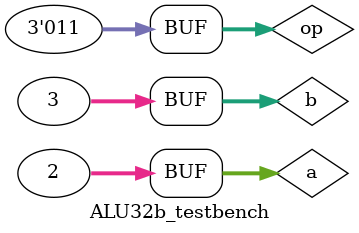
<source format=v>
`define DELAY 20
module ALU32b_testbench();
reg [31:0] a, b;
reg [2:0] op;
wire [31:0]result;
wire lt, eq, gt;

ALU32b alu(result, lt, eq, gt, a, b, op);

initial begin
a = 32'd7; b = 32'd2; op = 3'b000; //and
#`DELAY;
a = 32'd23; b = 32'd11; op = 3'b010; //add
#`DELAY;
a = 32'd4; b = 32'd5; op = 3'b110; //sub
#`DELAY;
a = 32'd4; b = 32'd4; op = 3'b110; //sub
#`DELAY;
a = 32'd4; b = 32'd3; op = 3'b110; //sub
#`DELAY;
a = 32'd2; b = 32'd3; op = 3'b001; // or
#`DELAY;
a = 32'd2; b = 32'd3; op = 3'b011; // xor 
end
 
 
initial
begin
$monitor("time = %2d, a =%d, b=%d, op=%3b, result=%32b, lt=%1b, eq=%1b, gt=%1b", $time, a, b, op, result, lt, eq, gt);
end
 
endmodule

</source>
